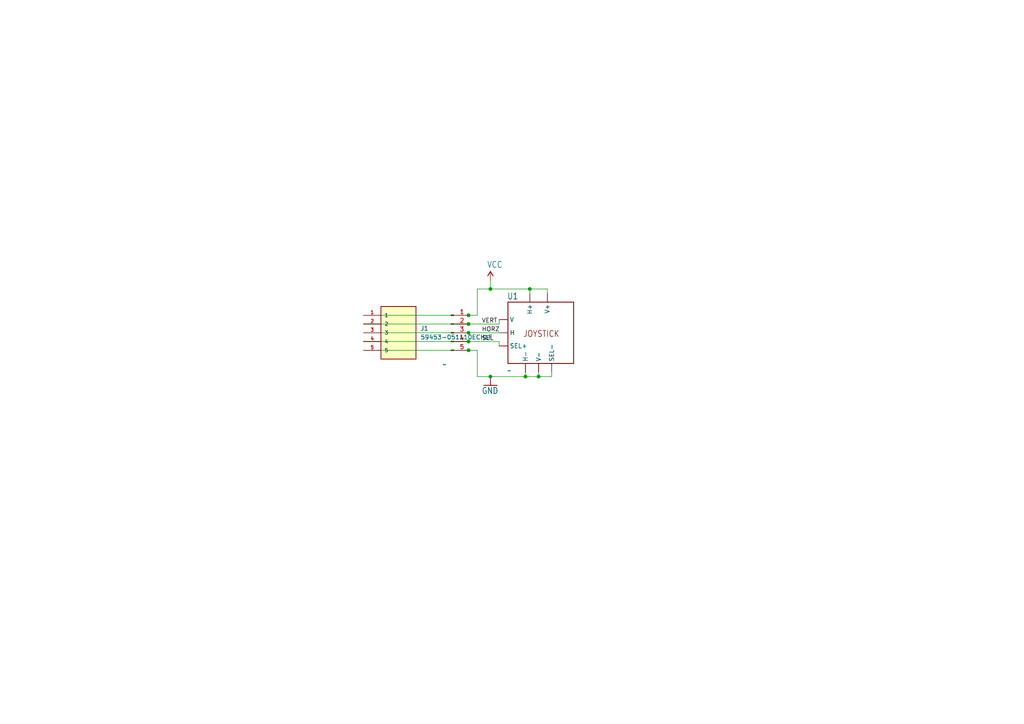
<source format=kicad_sch>
(kicad_sch (version 20231120) (generator "eeschema") (generator_version "8.99")
  (paper "A4")
  (title_block (title "PS5 Thumbstick Breakout Board") (date "2024-08-30") (rev "rev.01") (company "Author: Daniel Benoy") (comment 3 "https://creativecommons.org/licenses/by-sa/4.0/") (comment 4 "This hardware is licensed under Creative Commons ShareAlike 4.0 International"))
  (lib_symbols
    (symbol "59453-051110ECHLF:59453-051110ECHLF" (pin_names (offset 1.016))
      (property "Reference" "J" (at -5.08 8.382 0))
      (property "Value" "59453-051110ECHLF" (at -5.08 -10.16 0))
      (symbol "59453-051110ECHLF_0_0"
        (rectangle (start -5.08 -7.62) (end 5.08 7.62) (stroke (width 0.254)) (fill (type background)))
        (pin passive line (at -10.16 5.08 0) (length 5.08) (name "1") (number "1"))
        (pin passive line (at -10.16 2.54 0) (length 5.08) (name "2") (number "2"))
        (pin passive line (at -10.16 0 0) (length 5.08) (name "3") (number "3"))
        (pin passive line (at -10.16 -2.54 0) (length 5.08) (name "4") (number "4"))
        (pin passive line (at -10.16 -5.08 0) (length 5.08) (name "5") (number "5"))
      )
    )
    (symbol "Connector:Conn_01x05_Pin" (pin_names (offset 1.016) hide)
      (property "Reference" "J" (at 0 7.62 0))
      (property "Value" "Conn_01x05_Pin" (at 0 -7.62 0))
      (symbol "Conn_01x05_Pin_1_1"
        (polyline (pts (xy 1.27 -5.08) (xy 0.8636 -5.08)) (stroke (width 0.1524)))
        (polyline (pts (xy 1.27 -2.54) (xy 0.8636 -2.54)) (stroke (width 0.1524)))
        (polyline (pts (xy 1.27 0) (xy 0.8636 0)) (stroke (width 0.1524)))
        (polyline (pts (xy 1.27 2.54) (xy 0.8636 2.54)) (stroke (width 0.1524)))
        (polyline (pts (xy 1.27 5.08) (xy 0.8636 5.08)) (stroke (width 0.1524)))
        (rectangle (start 0.8636 -4.953) (end 0 -5.207) (stroke (width 0.1524)) (fill (type outline)))
        (rectangle (start 0.8636 -2.413) (end 0 -2.667) (stroke (width 0.1524)) (fill (type outline)))
        (rectangle (start 0.8636 0.127) (end 0 -0.127) (stroke (width 0.1524)) (fill (type outline)))
        (rectangle (start 0.8636 2.667) (end 0 2.413) (stroke (width 0.1524)) (fill (type outline)))
        (rectangle (start 0.8636 5.207) (end 0 4.953) (stroke (width 0.1524)) (fill (type outline)))
        (pin passive line (at 5.08 5.08 180) (length 3.81) (name "Pin_1") (number "1"))
        (pin passive line (at 5.08 2.54 180) (length 3.81) (name "Pin_2") (number "2"))
        (pin passive line (at 5.08 0 180) (length 3.81) (name "Pin_3") (number "3"))
        (pin passive line (at 5.08 -2.54 180) (length 3.81) (name "Pin_4") (number "4"))
        (pin passive line (at 5.08 -5.08 180) (length 3.81) (name "Pin_5") (number "5"))
      )
    )
    (symbol "Joystick-Breakout-v12-eagle-import:GND" (power)
      (symbol "GND_1_0"
        (polyline (pts (xy -1.905 0) (xy 1.905 0)) (stroke (width 0.254)))
        (pin power_in line (at 0 2.54 270) (length 2.54) (name "GND") (number "1"))
      )
    )
    (symbol "Joystick-Breakout-v12-eagle-import:VCC" (power)
      (symbol "VCC_1_0"
        (polyline (pts (xy 0 2.54) (xy -0.762 1.27)) (stroke (width 0.254)))
        (polyline (pts (xy 0.762 1.27) (xy 0 2.54)) (stroke (width 0.254)))
        (pin power_in line (at 0 0 90) (length 2.54) (name "VCC") (number "1"))
      )
    )
    (symbol "thumbstick-breakout:Joystick"
      (property "Reference" "REF**" (at -10.414 9.652 0))
      (property "Value" "PS5" (at 10.414 -5.334 0))
      (symbol "Joystick_1_0"
        (polyline (pts (xy -10.16 -8.89) (xy -10.16 8.89)) (stroke (width 0.254)))
        (polyline (pts (xy -10.16 8.89) (xy 8.89 8.89)) (stroke (width 0.254)))
        (polyline (pts (xy 8.89 -8.89) (xy -10.16 -8.89)) (stroke (width 0.254)))
        (polyline (pts (xy 8.89 8.89) (xy 8.89 -8.89)) (stroke (width 0.254)))
        (text "JOYSTICK" (at 4.826 0.762 0) (effects (font (size 1.778 1.5113)) (justify right top)))
        (pin bidirectional line (at -5.08 -11.43 90) (length 2.54) (name "H-") (number "1"))
        (pin bidirectional line (at -1.27 -11.43 90) (length 2.54) (name "V-") (number "1'"))
        (pin bidirectional line (at -12.7 0 0) (length 2.54) (name "H") (number "2"))
        (pin bidirectional line (at -12.7 3.81 0) (length 2.54) (name "V") (number "2'"))
        (pin bidirectional line (at -3.81 11.43 270) (length 2.54) (name "H+") (number "3"))
        (pin bidirectional line (at 1.27 11.43 270) (length 2.54) (name "V+") (number "3'"))
        (pin bidirectional line (at -12.7 -3.81 0) (length 2.54) (name "SEL+") (number "a"))
        (pin bidirectional line (at 2.54 -11.43 90) (length 2.54) (name "SEL-") (number "c"))
      )
    )
  )
  (junction (at 135.89 96.52))
  (junction (at 153.67 83.82))
  (junction (at 135.89 101.6))
  (junction (at 156.21 109.22))
  (junction (at 152.4 109.22))
  (junction (at 135.89 91.44))
  (junction (at 135.89 99.06))
  (junction (at 142.24 109.22))
  (junction (at 135.89 93.98))
  (junction (at 142.24 83.82))
  (wire (pts (xy 156.21 109.22) (xy 160.02 109.22)))
  (wire (pts (xy 105.41 96.52) (xy 135.89 96.52)))
  (wire (pts (xy 158.75 83.82) (xy 158.75 85.09)) (stroke (width 0.1524)))
  (wire (pts (xy 160.02 107.95) (xy 160.02 109.22)))
  (wire (pts (xy 135.89 96.52) (xy 144.78 96.52)))
  (wire (pts (xy 142.24 83.82) (xy 142.24 81.28)) (stroke (width 0.1524)))
  (wire (pts (xy 144.78 92.71) (xy 144.78 93.98)))
  (wire (pts (xy 105.41 99.06) (xy 135.89 99.06)))
  (wire (pts (xy 142.24 83.82) (xy 153.67 83.82)) (stroke (width 0.1524)))
  (wire (pts (xy 156.21 107.95) (xy 156.21 109.22)))
  (wire (pts (xy 135.89 99.06) (xy 144.78 99.06)))
  (wire (pts (xy 105.41 91.44) (xy 135.89 91.44)) (stroke (width 0.1524)))
  (wire (pts (xy 105.41 101.6) (xy 135.89 101.6)))
  (wire (pts (xy 135.89 91.44) (xy 138.43 91.44)) (stroke (width 0.1524)))
  (wire (pts (xy 138.43 109.22) (xy 142.24 109.22)))
  (wire (pts (xy 153.67 83.82) (xy 158.75 83.82)) (stroke (width 0.1524)))
  (wire (pts (xy 152.4 109.22) (xy 156.21 109.22)))
  (wire (pts (xy 142.24 109.22) (xy 152.4 109.22)))
  (wire (pts (xy 144.78 99.06) (xy 144.78 100.33)))
  (wire (pts (xy 152.4 107.95) (xy 152.4 109.22)))
  (wire (pts (xy 138.43 91.44) (xy 138.43 83.82)) (stroke (width 0.1524)))
  (wire (pts (xy 153.67 83.82) (xy 153.67 85.09)) (stroke (width 0.1524)))
  (wire (pts (xy 135.89 101.6) (xy 138.43 101.6)))
  (wire (pts (xy 138.43 83.82) (xy 142.24 83.82)) (stroke (width 0.1524)))
  (wire (pts (xy 135.89 93.98) (xy 144.78 93.98)))
  (wire (pts (xy 138.43 101.6) (xy 138.43 109.22)))
  (wire (pts (xy 105.41 93.98) (xy 135.89 93.98)))
  (label "SEL" (at 139.7 99.06 0) (effects (font (size 1.2446 1.2446))))
  (label "HORZ" (at 139.7 96.52 0) (effects (font (size 1.2446 1.2446))))
  (label "VERT" (at 139.7 93.98 0) (effects (font (size 1.2446 1.2446))))
  (symbol (lib_id "thumbstick-breakout:Joystick") (at 157.48 96.52 0) (unit 1)
    (property "Reference" "U1" (at 147.066 86.868 0) (effects (font (size 1.778 1.5113)) (justify left bottom)))
    (property "Value" "~" (at 147.066 108.458 0) (effects (font (size 1.778 1.5113)) (justify left bottom)))
    (property "Footprint" "thumbstick-breakout:Joystick" (effects (hide yes)))
  )
  (symbol (lib_id "Connector:Conn_01x05_Pin") (at 130.81 96.52 0) (unit 1)
    (property "Reference" "JP1" (effects (hide yes)))
    (property "Value" "~" (at 128.27 106.68 0) (effects (font (size 1.778 1.5113)) (justify left bottom)))
    (property "Footprint" "thumbstick-breakout:1x05" (effects (hide yes)))
    (property "Description" "Generic connector, single row, 01x05, script generated" (effects (hide yes)))
  )
  (symbol (lib_id "59453-051110ECHLF:59453-051110ECHLF") (at 115.57 96.52 0) (unit 1)
    (property "Reference" "J1" (at 121.92 95.2499 0) (effects (justify left)))
    (property "Value" "59453-051110ECHLF" (at 121.92 97.7899 0) (effects (justify left)))
    (property "Footprint" "AMPHENOL_59453-051110ECHLF" (effects (hide yes)))
    (property "PARTREV" "A" (effects (hide yes)))
    (property "STANDARD" "Manufacturer Recommendations" (effects (hide yes)))
    (property "SNAPEDA_PN" "59453-051110ECHLF" (effects (hide yes)))
    (property "MAXIMUM_PACKAGE_HEIGHT" "3.00mm" (effects (hide yes)))
    (property "MANUFACTURER" "Amphenol" (effects (hide yes)))
  )
  (symbol (lib_id "Joystick-Breakout-v12-eagle-import:GND") (at 142.24 111.76 0) (unit 1)
    (property "Reference" "#GND01" (effects (hide yes)))
    (property "Value" "GND" (at 139.7 114.3 0) (effects (font (size 1.778 1.5113)) (justify left bottom)))
  )
  (symbol (lib_id "Joystick-Breakout-v12-eagle-import:VCC") (at 142.24 81.28 0) (unit 1)
    (property "Reference" "#P+01" (effects (hide yes)))
    (property "Value" "VCC" (at 141.224 77.724 0) (effects (font (size 1.778 1.5113)) (justify left bottom)))
  )
)
</source>
